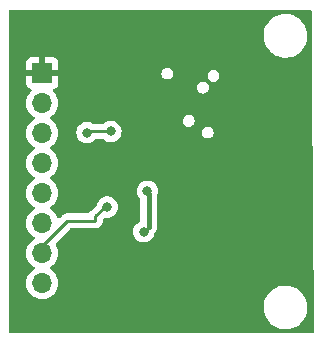
<source format=gbl>
G04 #@! TF.GenerationSoftware,KiCad,Pcbnew,7.0.1*
G04 #@! TF.CreationDate,2023-04-20T14:55:02+02:00*
G04 #@! TF.ProjectId,MPU,4d50552e-6b69-4636-9164-5f7063625858,version_01*
G04 #@! TF.SameCoordinates,Original*
G04 #@! TF.FileFunction,Copper,L2,Bot*
G04 #@! TF.FilePolarity,Positive*
%FSLAX46Y46*%
G04 Gerber Fmt 4.6, Leading zero omitted, Abs format (unit mm)*
G04 Created by KiCad (PCBNEW 7.0.1) date 2023-04-20 14:55:02*
%MOMM*%
%LPD*%
G01*
G04 APERTURE LIST*
G04 #@! TA.AperFunction,ComponentPad*
%ADD10O,1.700000X1.700000*%
G04 #@! TD*
G04 #@! TA.AperFunction,ComponentPad*
%ADD11R,1.700000X1.700000*%
G04 #@! TD*
G04 #@! TA.AperFunction,ViaPad*
%ADD12C,0.800000*%
G04 #@! TD*
G04 #@! TA.AperFunction,Conductor*
%ADD13C,0.250000*%
G04 #@! TD*
G04 #@! TA.AperFunction,Conductor*
%ADD14C,0.400000*%
G04 #@! TD*
G04 APERTURE END LIST*
D10*
X74000000Y-70340000D03*
X74000000Y-67800000D03*
X74000000Y-65260000D03*
X74000000Y-62720000D03*
X74000000Y-60180000D03*
X74000000Y-57640000D03*
X74000000Y-55100000D03*
D11*
X74000000Y-52560000D03*
D12*
X79499160Y-63900840D03*
X81000000Y-67000000D03*
X82600000Y-66000000D03*
X82900450Y-62565048D03*
X76800000Y-54800000D03*
X76400000Y-64000000D03*
X76400000Y-59350000D03*
X86000000Y-62400000D03*
X79400000Y-68600000D03*
X81400000Y-63600000D03*
X82800000Y-60000000D03*
X87600000Y-69200000D03*
X85000000Y-68600000D03*
X77800000Y-57600000D03*
X79806307Y-57508329D03*
D13*
X83000000Y-65600000D02*
X82600000Y-66000000D01*
X76800000Y-48600000D02*
X76800000Y-54800000D01*
X76400000Y-48200000D02*
X76800000Y-48600000D01*
X74000000Y-50600000D02*
X76400000Y-48200000D01*
X74000000Y-52460000D02*
X74000000Y-50600000D01*
D14*
X83000000Y-65600000D02*
X83000000Y-62800000D01*
D13*
X83000000Y-62800000D02*
X82900450Y-62700450D01*
X82900450Y-62700450D02*
X82900450Y-62565048D01*
X77891671Y-57508329D02*
X77800000Y-57600000D01*
X79806307Y-57508329D02*
X77891671Y-57508329D01*
X78499500Y-65075000D02*
X76400000Y-65075000D01*
X78499500Y-64700500D02*
X79200000Y-64000000D01*
X74000000Y-67200000D02*
X74000000Y-67700000D01*
X78499500Y-65075000D02*
X78499500Y-64700500D01*
X76400000Y-65075000D02*
X76200000Y-65075000D01*
X76400000Y-65075000D02*
X76125000Y-65075000D01*
X76125000Y-65075000D02*
X74000000Y-67200000D01*
G04 #@! TA.AperFunction,Conductor*
G36*
X96737654Y-47217228D02*
G01*
X96783731Y-47262970D01*
X96800916Y-47325578D01*
X96846112Y-53517375D01*
X96998278Y-74364269D01*
X96998280Y-74364730D01*
X96998676Y-74473541D01*
X96981949Y-74536735D01*
X96935809Y-74583043D01*
X96872677Y-74600000D01*
X71326000Y-74600000D01*
X71263000Y-74583119D01*
X71216881Y-74537000D01*
X71200000Y-74474000D01*
X71200000Y-72467766D01*
X92745787Y-72467766D01*
X92775413Y-72737015D01*
X92775414Y-72737018D01*
X92843928Y-72999088D01*
X92949870Y-73248390D01*
X93090982Y-73479610D01*
X93264255Y-73687820D01*
X93264256Y-73687821D01*
X93264258Y-73687823D01*
X93465993Y-73868578D01*
X93465995Y-73868579D01*
X93465998Y-73868582D01*
X93691910Y-74018044D01*
X93824104Y-74080014D01*
X93937171Y-74133018D01*
X93937173Y-74133018D01*
X93937176Y-74133020D01*
X94196569Y-74211060D01*
X94196572Y-74211060D01*
X94196574Y-74211061D01*
X94464558Y-74250500D01*
X94464561Y-74250500D01*
X94667630Y-74250500D01*
X94667631Y-74250500D01*
X94870156Y-74235677D01*
X95134553Y-74176780D01*
X95387558Y-74080014D01*
X95623777Y-73947441D01*
X95838177Y-73781888D01*
X96026186Y-73586881D01*
X96183799Y-73366579D01*
X96307656Y-73125675D01*
X96395118Y-72869305D01*
X96444319Y-72602933D01*
X96454212Y-72332235D01*
X96424586Y-72062982D01*
X96356072Y-71800912D01*
X96250130Y-71551610D01*
X96109018Y-71320390D01*
X95935745Y-71112180D01*
X95830444Y-71017830D01*
X95734006Y-70931421D01*
X95734003Y-70931419D01*
X95734002Y-70931418D01*
X95508090Y-70781956D01*
X95508086Y-70781954D01*
X95262828Y-70666981D01*
X95003425Y-70588938D01*
X94735442Y-70549500D01*
X94735439Y-70549500D01*
X94532369Y-70549500D01*
X94498614Y-70551970D01*
X94329839Y-70564323D01*
X94065449Y-70623219D01*
X93812441Y-70719985D01*
X93576225Y-70852557D01*
X93361820Y-71018114D01*
X93173815Y-71213117D01*
X93016200Y-71433422D01*
X92892342Y-71674328D01*
X92804882Y-71930693D01*
X92755681Y-72197065D01*
X92745787Y-72467766D01*
X71200000Y-72467766D01*
X71200000Y-70340000D01*
X72644341Y-70340000D01*
X72664937Y-70575409D01*
X72726096Y-70803663D01*
X72825965Y-71017830D01*
X72961507Y-71211404D01*
X73128595Y-71378492D01*
X73128598Y-71378494D01*
X73128599Y-71378495D01*
X73322170Y-71514035D01*
X73402750Y-71551610D01*
X73536336Y-71613903D01*
X73619881Y-71636288D01*
X73764592Y-71675063D01*
X74000000Y-71695659D01*
X74235408Y-71675063D01*
X74463663Y-71613903D01*
X74677830Y-71514035D01*
X74871401Y-71378495D01*
X75038495Y-71211401D01*
X75174035Y-71017830D01*
X75273903Y-70803663D01*
X75335063Y-70575408D01*
X75355659Y-70340000D01*
X75335063Y-70104592D01*
X75273903Y-69876337D01*
X75174035Y-69662171D01*
X75038495Y-69468599D01*
X75038494Y-69468598D01*
X75038492Y-69468595D01*
X74871404Y-69301507D01*
X74688181Y-69173213D01*
X74648689Y-69128180D01*
X74634452Y-69070000D01*
X74648689Y-69011820D01*
X74688181Y-68966787D01*
X74871401Y-68838495D01*
X75038495Y-68671401D01*
X75174035Y-68477830D01*
X75273903Y-68263663D01*
X75335063Y-68035408D01*
X75355659Y-67800000D01*
X75335063Y-67564592D01*
X75273903Y-67336337D01*
X75174035Y-67122171D01*
X75147525Y-67084310D01*
X75126069Y-67030304D01*
X75131133Y-66972409D01*
X75161639Y-66922950D01*
X76084591Y-65999999D01*
X81694540Y-65999999D01*
X81714325Y-66188257D01*
X81772820Y-66368283D01*
X81867465Y-66532214D01*
X81867467Y-66532216D01*
X81994129Y-66672888D01*
X82147270Y-66784151D01*
X82147271Y-66784151D01*
X82147272Y-66784152D01*
X82320192Y-66861142D01*
X82320197Y-66861144D01*
X82505354Y-66900500D01*
X82694644Y-66900500D01*
X82694646Y-66900500D01*
X82879803Y-66861144D01*
X83052730Y-66784151D01*
X83205871Y-66672888D01*
X83332533Y-66532216D01*
X83427179Y-66368284D01*
X83485674Y-66188256D01*
X83490137Y-66145784D01*
X83503413Y-66101297D01*
X83519533Y-66080551D01*
X83519491Y-66080522D01*
X83617984Y-65937830D01*
X83624818Y-65927930D01*
X83685140Y-65768872D01*
X83693442Y-65700500D01*
X83700500Y-65642374D01*
X83700500Y-63014082D01*
X83717380Y-62951083D01*
X83727629Y-62933332D01*
X83786124Y-62753304D01*
X83805910Y-62565048D01*
X83786124Y-62376792D01*
X83786124Y-62376790D01*
X83727629Y-62196764D01*
X83632984Y-62032833D01*
X83506320Y-61892159D01*
X83353177Y-61780895D01*
X83180257Y-61703905D01*
X83180253Y-61703904D01*
X82995096Y-61664548D01*
X82805804Y-61664548D01*
X82644466Y-61698841D01*
X82620642Y-61703905D01*
X82447722Y-61780895D01*
X82294579Y-61892159D01*
X82167915Y-62032833D01*
X82073270Y-62196764D01*
X82014775Y-62376790D01*
X81994990Y-62565047D01*
X82014775Y-62753305D01*
X82073270Y-62933331D01*
X82167915Y-63097262D01*
X82167917Y-63097264D01*
X82245711Y-63183663D01*
X82267136Y-63207457D01*
X82291131Y-63246613D01*
X82299500Y-63291768D01*
X82299500Y-65066246D01*
X82290325Y-65113446D01*
X82264137Y-65153773D01*
X82224750Y-65181352D01*
X82147270Y-65215848D01*
X81994129Y-65327111D01*
X81867465Y-65467785D01*
X81772820Y-65631716D01*
X81714325Y-65811742D01*
X81694540Y-65999999D01*
X76084591Y-65999999D01*
X76347188Y-65737402D01*
X76388063Y-65710091D01*
X76436281Y-65700500D01*
X76439350Y-65700500D01*
X78428464Y-65700500D01*
X78452074Y-65702731D01*
X78459912Y-65704227D01*
X78459912Y-65704226D01*
X78459913Y-65704227D01*
X78515195Y-65700749D01*
X78523107Y-65700500D01*
X78538848Y-65700500D01*
X78538850Y-65700500D01*
X78554478Y-65698525D01*
X78562316Y-65697784D01*
X78617638Y-65694304D01*
X78625222Y-65691839D01*
X78648372Y-65686664D01*
X78656292Y-65685664D01*
X78707823Y-65665260D01*
X78715262Y-65662583D01*
X78767938Y-65645468D01*
X78767938Y-65645467D01*
X78767941Y-65645467D01*
X78774681Y-65641189D01*
X78795806Y-65630426D01*
X78803232Y-65627486D01*
X78848080Y-65594900D01*
X78854580Y-65590483D01*
X78901377Y-65560786D01*
X78906838Y-65554969D01*
X78924631Y-65539283D01*
X78931087Y-65534594D01*
X78966418Y-65491884D01*
X78971608Y-65485997D01*
X79009562Y-65445582D01*
X79013405Y-65438589D01*
X79026735Y-65418973D01*
X79031824Y-65412823D01*
X79055423Y-65362670D01*
X79058987Y-65355675D01*
X79085697Y-65307092D01*
X79087679Y-65299369D01*
X79095716Y-65277046D01*
X79099114Y-65269826D01*
X79109501Y-65215372D01*
X79111216Y-65207700D01*
X79125000Y-65154019D01*
X79125000Y-65146036D01*
X79127232Y-65122425D01*
X79128727Y-65114586D01*
X79125249Y-65059305D01*
X79125000Y-65051393D01*
X79125000Y-65011781D01*
X79134591Y-64963564D01*
X79161904Y-64922686D01*
X79175036Y-64909553D01*
X79256133Y-64828456D01*
X79309439Y-64796742D01*
X79371421Y-64794306D01*
X79404514Y-64801340D01*
X79593804Y-64801340D01*
X79593806Y-64801340D01*
X79778963Y-64761984D01*
X79951890Y-64684991D01*
X80105031Y-64573728D01*
X80231693Y-64433056D01*
X80326339Y-64269124D01*
X80355586Y-64179110D01*
X80384834Y-64089097D01*
X80395249Y-63990000D01*
X80404620Y-63900840D01*
X80388270Y-63745280D01*
X80384834Y-63712582D01*
X80326339Y-63532556D01*
X80231694Y-63368625D01*
X80105030Y-63227951D01*
X79951887Y-63116687D01*
X79778967Y-63039697D01*
X79778963Y-63039696D01*
X79593806Y-63000340D01*
X79404514Y-63000340D01*
X79243176Y-63034633D01*
X79219352Y-63039697D01*
X79046432Y-63116687D01*
X78893289Y-63227951D01*
X78766625Y-63368625D01*
X78671981Y-63532554D01*
X78627963Y-63668024D01*
X78597225Y-63718182D01*
X78115865Y-64199542D01*
X78099728Y-64212471D01*
X78051627Y-64263692D01*
X78048878Y-64266529D01*
X78029378Y-64286030D01*
X78026966Y-64289139D01*
X78019273Y-64298145D01*
X77989437Y-64329918D01*
X77979858Y-64347342D01*
X77969008Y-64363859D01*
X77947074Y-64392138D01*
X77946798Y-64391924D01*
X77931955Y-64413523D01*
X77891405Y-64440160D01*
X77843797Y-64449500D01*
X76479019Y-64449500D01*
X76207965Y-64449500D01*
X76187407Y-64447230D01*
X76117159Y-64449438D01*
X76113201Y-64449500D01*
X76085650Y-64449500D01*
X76081756Y-64449991D01*
X76069941Y-64450921D01*
X76026370Y-64452290D01*
X76007287Y-64457835D01*
X75987927Y-64461844D01*
X75968207Y-64464335D01*
X75927674Y-64480382D01*
X75916450Y-64484225D01*
X75874608Y-64496382D01*
X75857495Y-64506502D01*
X75839753Y-64515194D01*
X75821267Y-64522514D01*
X75786014Y-64548126D01*
X75776099Y-64554639D01*
X75738580Y-64576829D01*
X75724519Y-64590889D01*
X75709494Y-64603721D01*
X75693414Y-64615404D01*
X75665634Y-64648984D01*
X75657646Y-64657762D01*
X75479111Y-64836296D01*
X75427905Y-64867368D01*
X75368136Y-64871286D01*
X75313312Y-64847163D01*
X75275821Y-64800450D01*
X75257883Y-64761982D01*
X75174035Y-64582171D01*
X75038495Y-64388599D01*
X75038494Y-64388598D01*
X75038492Y-64388595D01*
X74871404Y-64221507D01*
X74688181Y-64093213D01*
X74648689Y-64048180D01*
X74634452Y-63990000D01*
X74648689Y-63931820D01*
X74688181Y-63886787D01*
X74871401Y-63758495D01*
X75038495Y-63591401D01*
X75174035Y-63397830D01*
X75273903Y-63183663D01*
X75335063Y-62955408D01*
X75355659Y-62720000D01*
X75335063Y-62484592D01*
X75273903Y-62256337D01*
X75174035Y-62042171D01*
X75038495Y-61848599D01*
X75038494Y-61848598D01*
X75038492Y-61848595D01*
X74871404Y-61681507D01*
X74688181Y-61553213D01*
X74648689Y-61508180D01*
X74634452Y-61450000D01*
X74648689Y-61391820D01*
X74688181Y-61346787D01*
X74871401Y-61218495D01*
X75038495Y-61051401D01*
X75174035Y-60857830D01*
X75273903Y-60643663D01*
X75335063Y-60415408D01*
X75355659Y-60180000D01*
X75335063Y-59944592D01*
X75273903Y-59716337D01*
X75174035Y-59502171D01*
X75038495Y-59308599D01*
X75038494Y-59308598D01*
X75038492Y-59308595D01*
X74871404Y-59141507D01*
X74688181Y-59013213D01*
X74648689Y-58968180D01*
X74634452Y-58910000D01*
X74648689Y-58851820D01*
X74688181Y-58806787D01*
X74871401Y-58678495D01*
X75038495Y-58511401D01*
X75174035Y-58317830D01*
X75273903Y-58103663D01*
X75335063Y-57875408D01*
X75355659Y-57640000D01*
X75352159Y-57600000D01*
X76894540Y-57600000D01*
X76914325Y-57788257D01*
X76972820Y-57968283D01*
X77067465Y-58132214D01*
X77067467Y-58132216D01*
X77194129Y-58272888D01*
X77347270Y-58384151D01*
X77347271Y-58384151D01*
X77347272Y-58384152D01*
X77520192Y-58461142D01*
X77520197Y-58461144D01*
X77705354Y-58500500D01*
X77894644Y-58500500D01*
X77894646Y-58500500D01*
X78079803Y-58461144D01*
X78252730Y-58384151D01*
X78405871Y-58272888D01*
X78488412Y-58181218D01*
X78493544Y-58175518D01*
X78535931Y-58144722D01*
X78587180Y-58133829D01*
X79101669Y-58133829D01*
X79152918Y-58144723D01*
X79195304Y-58175518D01*
X79200436Y-58181217D01*
X79353577Y-58292480D01*
X79353578Y-58292480D01*
X79353579Y-58292481D01*
X79526499Y-58369471D01*
X79526504Y-58369473D01*
X79711661Y-58408829D01*
X79900951Y-58408829D01*
X79900953Y-58408829D01*
X80086110Y-58369473D01*
X80259037Y-58292480D01*
X80412178Y-58181217D01*
X80538840Y-58040545D01*
X80633486Y-57876613D01*
X80691981Y-57696585D01*
X80702132Y-57600000D01*
X87494352Y-57600000D01*
X87514834Y-57742456D01*
X87535751Y-57788256D01*
X87574623Y-57873373D01*
X87656863Y-57968284D01*
X87668873Y-57982144D01*
X87729409Y-58021048D01*
X87789947Y-58059953D01*
X87887490Y-58088594D01*
X87928038Y-58100500D01*
X87928039Y-58100500D01*
X88071961Y-58100500D01*
X88071962Y-58100500D01*
X88103305Y-58091296D01*
X88210053Y-58059953D01*
X88331128Y-57982143D01*
X88425377Y-57873373D01*
X88485165Y-57742457D01*
X88505647Y-57600000D01*
X88485165Y-57457543D01*
X88425377Y-57326627D01*
X88331128Y-57217857D01*
X88331127Y-57217856D01*
X88331126Y-57217855D01*
X88210053Y-57140047D01*
X88071962Y-57099500D01*
X88071961Y-57099500D01*
X87928039Y-57099500D01*
X87928038Y-57099500D01*
X87789946Y-57140047D01*
X87668873Y-57217855D01*
X87574622Y-57326628D01*
X87514834Y-57457543D01*
X87494352Y-57600000D01*
X80702132Y-57600000D01*
X80711767Y-57508329D01*
X80691981Y-57320073D01*
X80691981Y-57320071D01*
X80633486Y-57140045D01*
X80538841Y-56976114D01*
X80433179Y-56858765D01*
X80412178Y-56835441D01*
X80412175Y-56835439D01*
X80284196Y-56742457D01*
X80259037Y-56724178D01*
X80259036Y-56724177D01*
X80259034Y-56724176D01*
X80086114Y-56647186D01*
X80086110Y-56647185D01*
X79900953Y-56607829D01*
X79711661Y-56607829D01*
X79550323Y-56642122D01*
X79526499Y-56647186D01*
X79353579Y-56724176D01*
X79200437Y-56835439D01*
X79195306Y-56841139D01*
X79152918Y-56871935D01*
X79101669Y-56882829D01*
X78385860Y-56882829D01*
X78346924Y-56876662D01*
X78311799Y-56858765D01*
X78252727Y-56815847D01*
X78079807Y-56738857D01*
X78079803Y-56738856D01*
X77894646Y-56699500D01*
X77705354Y-56699500D01*
X77544016Y-56733793D01*
X77520192Y-56738857D01*
X77347272Y-56815847D01*
X77194129Y-56927111D01*
X77067465Y-57067785D01*
X76972820Y-57231716D01*
X76914325Y-57411742D01*
X76894540Y-57600000D01*
X75352159Y-57600000D01*
X75335063Y-57404592D01*
X75273903Y-57176337D01*
X75174035Y-56962171D01*
X75038495Y-56768599D01*
X75038494Y-56768598D01*
X75038492Y-56768595D01*
X74871404Y-56601507D01*
X74869250Y-56599999D01*
X85894352Y-56599999D01*
X85914834Y-56742456D01*
X85948351Y-56815847D01*
X85974623Y-56873373D01*
X86063647Y-56976113D01*
X86068873Y-56982144D01*
X86129409Y-57021047D01*
X86189947Y-57059953D01*
X86287491Y-57088594D01*
X86328038Y-57100500D01*
X86328039Y-57100500D01*
X86471961Y-57100500D01*
X86471962Y-57100500D01*
X86503305Y-57091296D01*
X86610053Y-57059953D01*
X86731128Y-56982143D01*
X86825377Y-56873373D01*
X86885165Y-56742457D01*
X86905647Y-56600000D01*
X86885165Y-56457543D01*
X86825377Y-56326627D01*
X86731128Y-56217857D01*
X86731127Y-56217856D01*
X86731126Y-56217855D01*
X86610053Y-56140047D01*
X86471962Y-56099500D01*
X86471961Y-56099500D01*
X86328039Y-56099500D01*
X86328038Y-56099500D01*
X86189946Y-56140047D01*
X86068873Y-56217855D01*
X85974622Y-56326628D01*
X85914834Y-56457543D01*
X85894352Y-56599999D01*
X74869250Y-56599999D01*
X74688181Y-56473213D01*
X74648689Y-56428180D01*
X74634452Y-56370000D01*
X74648689Y-56311820D01*
X74688181Y-56266787D01*
X74758063Y-56217855D01*
X74871401Y-56138495D01*
X75038495Y-55971401D01*
X75174035Y-55777830D01*
X75273903Y-55563663D01*
X75335063Y-55335408D01*
X75355659Y-55100000D01*
X75335063Y-54864592D01*
X75273903Y-54636337D01*
X75174035Y-54422171D01*
X75038495Y-54228599D01*
X75038494Y-54228598D01*
X75038492Y-54228595D01*
X74918381Y-54108484D01*
X74886580Y-54054887D01*
X74884356Y-53992605D01*
X74912252Y-53936875D01*
X74963445Y-53901333D01*
X75092087Y-53853353D01*
X75163358Y-53800000D01*
X87094352Y-53800000D01*
X87114834Y-53942456D01*
X87169203Y-54061505D01*
X87174623Y-54073373D01*
X87205047Y-54108484D01*
X87268873Y-54182144D01*
X87329409Y-54221047D01*
X87389947Y-54259953D01*
X87487490Y-54288594D01*
X87528038Y-54300500D01*
X87528039Y-54300500D01*
X87671961Y-54300500D01*
X87671962Y-54300500D01*
X87703305Y-54291296D01*
X87810053Y-54259953D01*
X87931128Y-54182143D01*
X88025377Y-54073373D01*
X88085165Y-53942457D01*
X88105647Y-53800000D01*
X88085165Y-53657543D01*
X88025377Y-53526627D01*
X87931128Y-53417857D01*
X87931127Y-53417856D01*
X87931126Y-53417855D01*
X87810053Y-53340047D01*
X87671962Y-53299500D01*
X87671961Y-53299500D01*
X87528039Y-53299500D01*
X87528038Y-53299500D01*
X87389946Y-53340047D01*
X87268873Y-53417855D01*
X87174622Y-53526628D01*
X87114834Y-53657543D01*
X87094352Y-53800000D01*
X75163358Y-53800000D01*
X75207189Y-53767189D01*
X75293353Y-53652088D01*
X75343597Y-53517375D01*
X75350000Y-53457828D01*
X75350000Y-52810000D01*
X72650000Y-52810000D01*
X72650000Y-53457828D01*
X72656402Y-53517375D01*
X72706646Y-53652088D01*
X72792810Y-53767189D01*
X72907912Y-53853353D01*
X73036554Y-53901333D01*
X73087747Y-53936876D01*
X73115643Y-53992605D01*
X73113419Y-54054887D01*
X73081619Y-54108484D01*
X72961505Y-54228598D01*
X72825965Y-54422170D01*
X72726096Y-54636337D01*
X72664937Y-54864590D01*
X72644341Y-55100000D01*
X72664937Y-55335409D01*
X72726096Y-55563663D01*
X72825965Y-55777830D01*
X72961507Y-55971404D01*
X73128595Y-56138492D01*
X73128598Y-56138494D01*
X73128599Y-56138495D01*
X73138802Y-56145639D01*
X73311819Y-56266787D01*
X73351311Y-56311820D01*
X73365548Y-56370000D01*
X73351311Y-56428180D01*
X73311819Y-56473213D01*
X73128595Y-56601507D01*
X72961507Y-56768595D01*
X72825965Y-56962170D01*
X72726096Y-57176337D01*
X72664937Y-57404590D01*
X72644341Y-57640000D01*
X72664937Y-57875409D01*
X72726096Y-58103663D01*
X72825965Y-58317830D01*
X72961507Y-58511404D01*
X73128595Y-58678492D01*
X73311819Y-58806787D01*
X73351311Y-58851820D01*
X73365548Y-58910000D01*
X73351311Y-58968180D01*
X73311819Y-59013213D01*
X73128595Y-59141507D01*
X72961507Y-59308595D01*
X72825965Y-59502170D01*
X72726096Y-59716337D01*
X72664937Y-59944590D01*
X72644341Y-60179999D01*
X72664937Y-60415409D01*
X72726096Y-60643663D01*
X72825965Y-60857830D01*
X72961507Y-61051404D01*
X73128595Y-61218492D01*
X73311819Y-61346787D01*
X73351311Y-61391820D01*
X73365548Y-61450000D01*
X73351311Y-61508180D01*
X73311819Y-61553213D01*
X73128595Y-61681507D01*
X72961507Y-61848595D01*
X72825965Y-62042170D01*
X72726096Y-62256337D01*
X72664937Y-62484590D01*
X72644341Y-62720000D01*
X72664937Y-62955409D01*
X72726096Y-63183663D01*
X72825965Y-63397830D01*
X72961507Y-63591404D01*
X73128595Y-63758492D01*
X73311819Y-63886787D01*
X73351311Y-63931820D01*
X73365548Y-63990000D01*
X73351311Y-64048180D01*
X73311819Y-64093213D01*
X73128595Y-64221507D01*
X72961507Y-64388595D01*
X72825965Y-64582170D01*
X72726096Y-64796337D01*
X72664937Y-65024590D01*
X72644341Y-65260000D01*
X72664937Y-65495409D01*
X72726096Y-65723663D01*
X72825965Y-65937830D01*
X72961507Y-66131404D01*
X73128595Y-66298492D01*
X73128598Y-66298494D01*
X73128599Y-66298495D01*
X73228268Y-66368284D01*
X73311819Y-66426787D01*
X73351311Y-66471820D01*
X73365548Y-66530000D01*
X73351311Y-66588180D01*
X73311819Y-66633213D01*
X73128595Y-66761507D01*
X72961507Y-66928595D01*
X72825965Y-67122170D01*
X72726096Y-67336337D01*
X72664937Y-67564590D01*
X72644341Y-67800000D01*
X72664937Y-68035409D01*
X72726096Y-68263663D01*
X72825965Y-68477830D01*
X72961507Y-68671404D01*
X73128595Y-68838492D01*
X73311819Y-68966787D01*
X73351311Y-69011820D01*
X73365548Y-69070000D01*
X73351311Y-69128180D01*
X73311819Y-69173213D01*
X73128595Y-69301507D01*
X72961507Y-69468595D01*
X72825965Y-69662170D01*
X72726096Y-69876337D01*
X72664937Y-70104590D01*
X72644341Y-70340000D01*
X71200000Y-70340000D01*
X71200000Y-52599999D01*
X84094352Y-52599999D01*
X84114834Y-52742456D01*
X84141114Y-52799999D01*
X84174623Y-52873373D01*
X84264846Y-52977497D01*
X84268873Y-52982144D01*
X84329409Y-53021047D01*
X84389947Y-53059953D01*
X84487491Y-53088594D01*
X84528038Y-53100500D01*
X84528039Y-53100500D01*
X84671961Y-53100500D01*
X84671962Y-53100500D01*
X84703305Y-53091296D01*
X84810053Y-53059953D01*
X84931128Y-52982143D01*
X85025377Y-52873373D01*
X85058886Y-52799999D01*
X87994352Y-52799999D01*
X88014834Y-52942456D01*
X88065940Y-53054361D01*
X88074623Y-53073373D01*
X88164846Y-53177497D01*
X88168873Y-53182144D01*
X88229409Y-53221048D01*
X88289947Y-53259953D01*
X88387491Y-53288594D01*
X88428038Y-53300500D01*
X88428039Y-53300500D01*
X88571961Y-53300500D01*
X88571962Y-53300500D01*
X88603305Y-53291296D01*
X88710053Y-53259953D01*
X88831128Y-53182143D01*
X88925377Y-53073373D01*
X88985165Y-52942457D01*
X89005647Y-52800000D01*
X88985165Y-52657543D01*
X88925377Y-52526627D01*
X88831128Y-52417857D01*
X88831127Y-52417856D01*
X88831126Y-52417855D01*
X88710053Y-52340047D01*
X88571962Y-52299500D01*
X88571961Y-52299500D01*
X88428039Y-52299500D01*
X88428038Y-52299500D01*
X88289946Y-52340047D01*
X88168873Y-52417855D01*
X88074622Y-52526628D01*
X88014834Y-52657543D01*
X87994352Y-52799999D01*
X85058886Y-52799999D01*
X85085165Y-52742457D01*
X85105647Y-52600000D01*
X85095575Y-52529950D01*
X85085165Y-52457543D01*
X85085164Y-52457542D01*
X85025377Y-52326627D01*
X84931128Y-52217857D01*
X84931127Y-52217856D01*
X84931126Y-52217855D01*
X84810053Y-52140047D01*
X84671962Y-52099500D01*
X84671961Y-52099500D01*
X84528039Y-52099500D01*
X84528038Y-52099500D01*
X84389946Y-52140047D01*
X84268873Y-52217855D01*
X84174622Y-52326628D01*
X84114834Y-52457543D01*
X84094352Y-52599999D01*
X71200000Y-52599999D01*
X71200000Y-52310000D01*
X72650000Y-52310000D01*
X73750000Y-52310000D01*
X73750000Y-51210000D01*
X74250000Y-51210000D01*
X74250000Y-52310000D01*
X75350000Y-52310000D01*
X75350000Y-51662172D01*
X75343597Y-51602624D01*
X75293353Y-51467911D01*
X75207189Y-51352810D01*
X75092088Y-51266646D01*
X74957375Y-51216402D01*
X74897828Y-51210000D01*
X74250000Y-51210000D01*
X73750000Y-51210000D01*
X73102172Y-51210000D01*
X73042624Y-51216402D01*
X72907911Y-51266646D01*
X72792810Y-51352810D01*
X72706646Y-51467911D01*
X72656402Y-51602624D01*
X72650000Y-51662172D01*
X72650000Y-52310000D01*
X71200000Y-52310000D01*
X71200000Y-49467766D01*
X92745787Y-49467766D01*
X92775413Y-49737015D01*
X92775414Y-49737018D01*
X92843928Y-49999088D01*
X92949870Y-50248390D01*
X93090982Y-50479610D01*
X93264255Y-50687820D01*
X93264256Y-50687821D01*
X93264258Y-50687823D01*
X93465993Y-50868578D01*
X93465995Y-50868579D01*
X93465998Y-50868582D01*
X93691910Y-51018044D01*
X93824104Y-51080014D01*
X93937171Y-51133018D01*
X93937173Y-51133018D01*
X93937176Y-51133020D01*
X94196569Y-51211060D01*
X94196572Y-51211060D01*
X94196574Y-51211061D01*
X94464558Y-51250500D01*
X94464561Y-51250500D01*
X94667630Y-51250500D01*
X94667631Y-51250500D01*
X94870156Y-51235677D01*
X95134553Y-51176780D01*
X95387558Y-51080014D01*
X95623777Y-50947441D01*
X95838177Y-50781888D01*
X96026186Y-50586881D01*
X96183799Y-50366579D01*
X96307656Y-50125675D01*
X96395118Y-49869305D01*
X96444319Y-49602933D01*
X96454212Y-49332235D01*
X96424586Y-49062982D01*
X96356072Y-48800912D01*
X96250130Y-48551610D01*
X96109018Y-48320390D01*
X95935745Y-48112180D01*
X95830759Y-48018112D01*
X95734006Y-47931421D01*
X95734003Y-47931419D01*
X95734002Y-47931418D01*
X95508090Y-47781956D01*
X95508086Y-47781954D01*
X95262828Y-47666981D01*
X95003425Y-47588938D01*
X94735442Y-47549500D01*
X94735439Y-47549500D01*
X94532369Y-47549500D01*
X94498614Y-47551970D01*
X94329839Y-47564323D01*
X94065449Y-47623219D01*
X93812441Y-47719985D01*
X93576225Y-47852557D01*
X93361820Y-48018114D01*
X93173815Y-48213117D01*
X93016200Y-48433422D01*
X92892342Y-48674328D01*
X92804882Y-48930693D01*
X92755681Y-49197065D01*
X92745787Y-49467766D01*
X71200000Y-49467766D01*
X71200000Y-47326500D01*
X71216881Y-47263500D01*
X71263000Y-47217381D01*
X71326000Y-47200500D01*
X96674920Y-47200500D01*
X96737654Y-47217228D01*
G37*
G04 #@! TD.AperFunction*
M02*

</source>
